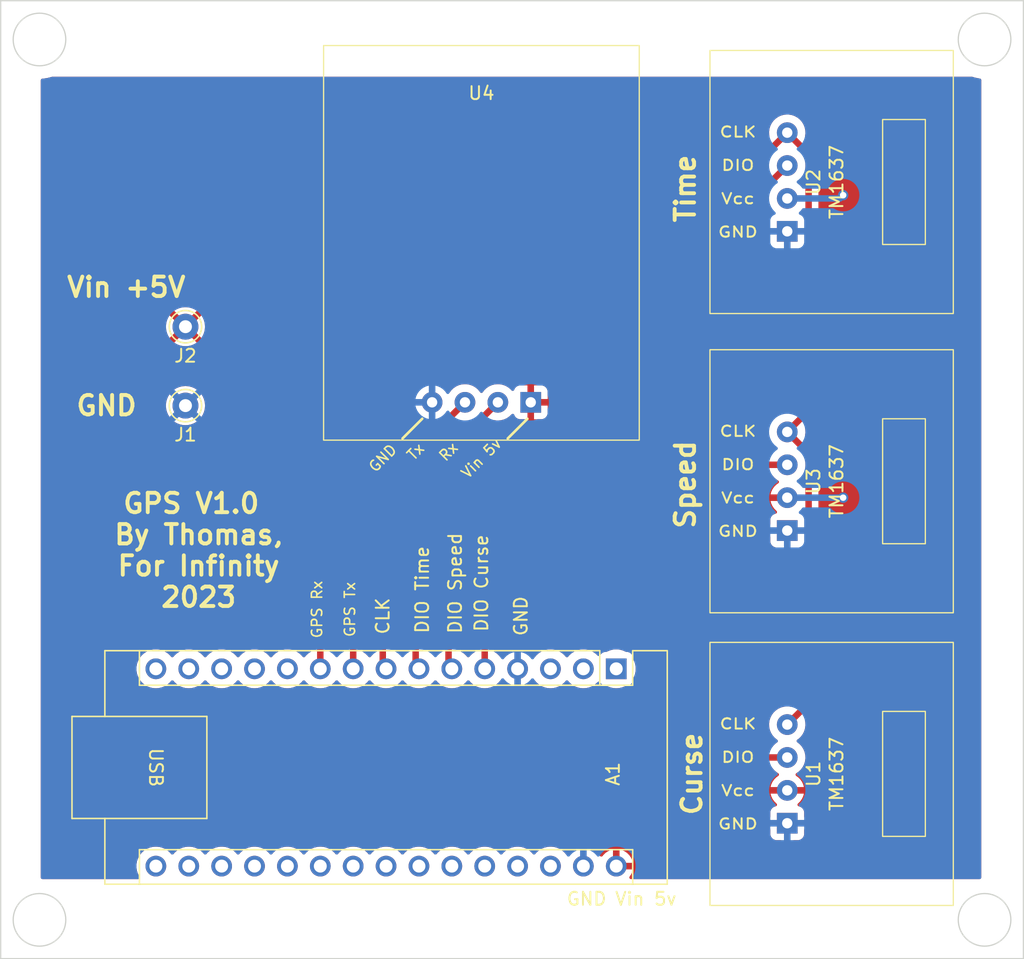
<source format=kicad_pcb>
(kicad_pcb (version 20211014) (generator pcbnew)
  (layers (0 "F.Cu" signal) (31 "B.Cu" signal) (34 "B.Paste" user) (35 "F.Paste" user) (36 "B.SilkS" user "B.Silkscreen") (37 "F.SilkS" user "F.Silkscreen") (38 "B.Mask" user) (39 "F.Mask" user) (44 "Edge.Cuts" user))
  (net 0 "")
  (net 16 "GND")
  (net 17 "Vin5v")
  (net 19 "Net-(U1-Pad3)")
  (net 20 "Net-(A1-Pad6)")
  (net 21 "Net-(A1-Pad7)")
  (net 22 "Net-(U4-Pad2)")
  (net 23 "Net-(U4-Pad3)")
  (net 28 "Net-(U1-Pad4)")
  (footprint "thomas footprint:TM1637" (layer "F.Cu") (at 98.552 64.008 -90)
    (fp_text reference "U2" (at 0 0.762 90) (layer "F.SilkS"))
    (fp_text value "TM1637" (at 0 -1.016 90) (layer "F.SilkS"))
    (fp_rect (start -4.826 -7.874) (end 4.826 -4.572) (layer "F.SilkS") (width 0.1) (fill none))
    (fp_rect (start 10.16 8.763) (end -10.16 -10.033) (layer "F.SilkS") (width 0.1) (fill none))
    (pad "1" thru_hole rect (at 3.81 2.794 180) (size 1.6 1.6) (drill 0.8) (layers *.Cu *.Mask) (net 16 "GND"))
    (pad "2" thru_hole oval (at 1.27 2.794 180) (size 1.6 1.6) (drill 0.8) (layers *.Cu *.Mask) (net 17 "Vin5v"))
    (pad "3" thru_hole oval (at -1.27 2.794 180) (size 1.6 1.6) (drill 0.8) (layers *.Cu *.Mask) (net 21 "Net-(A1-Pad7)"))
    (pad "4" thru_hole oval (at -3.81 2.794 180) (size 1.6 1.6) (drill 0.8) (layers *.Cu *.Mask) (net 28 "Net-(U1-Pad4)"))
  )
  (footprint "thomas footprint:NEO6M" (layer "F.Cu") (at 72.136 78.232)
    (fp_text reference "U4" (at 0 -21.082) (layer "F.SilkS"))
    (fp_text value "NEO6M")
    (fp_rect (start 12.192 5.715) (end -12.192 -24.765) (layer "F.SilkS") (width 0.1) (fill none))
    (pad "1" thru_hole rect (at 3.81 2.794 270) (size 1.6 1.6) (drill 0.8) (layers *.Cu *.Mask) (net 17 "Vin5v"))
    (pad "2" thru_hole oval (at 1.27 2.794 270) (size 1.6 1.6) (drill 0.8) (layers *.Cu *.Mask) (net 22 "Net-(U4-Pad2)"))
    (pad "3" thru_hole oval (at -1.27 2.794 270) (size 1.6 1.6) (drill 0.8) (layers *.Cu *.Mask) (net 23 "Net-(U4-Pad3)"))
    (pad "4" thru_hole oval (at -3.81 2.794 270) (size 1.6 1.6) (drill 0.8) (layers *.Cu *.Mask) (net 16 "GND"))
  )
  (footprint "Connector_Pin:Pin_D1.0mm_L10.0mm" (layer "F.Cu") (at 49.276 75.184)
    (fp_text reference "J2" (at 0 2.25) (layer "F.SilkS"))
    (fp_text value "Conn_01x01_Male")
    (fp_circle (center 0 0) (end 1.25 0.05) (layer "F.SilkS") (width 0.12) (fill none))
    (pad "1" thru_hole circle (at 0 0) (size 2 2) (drill 1) (layers *.Cu *.Mask) (net 17 "Vin5v"))
  )
  (footprint "thomas footprint:TM1637" (layer "F.Cu") (at 98.552 87.122 -90)
    (fp_text reference "U3" (at 0 0.762 90) (layer "F.SilkS"))
    (fp_text value "TM1637" (at 0 -1.016 90) (layer "F.SilkS"))
    (fp_rect (start 10.16 8.763) (end -10.16 -10.033) (layer "F.SilkS") (width 0.1) (fill none))
    (fp_rect (start -4.826 -7.874) (end 4.826 -4.572) (layer "F.SilkS") (width 0.1) (fill none))
    (pad "1" thru_hole rect (at 3.81 2.794 180) (size 1.6 1.6) (drill 0.8) (layers *.Cu *.Mask) (net 16 "GND"))
    (pad "2" thru_hole oval (at 1.27 2.794 180) (size 1.6 1.6) (drill 0.8) (layers *.Cu *.Mask) (net 17 "Vin5v"))
    (pad "3" thru_hole oval (at -1.27 2.794 180) (size 1.6 1.6) (drill 0.8) (layers *.Cu *.Mask) (net 20 "Net-(A1-Pad6)"))
    (pad "4" thru_hole oval (at -3.81 2.794 180) (size 1.6 1.6) (drill 0.8) (layers *.Cu *.Mask) (net 28 "Net-(U1-Pad4)"))
  )
  (footprint "thomas footprint:TM1637" (layer "F.Cu") (at 98.552 109.728 -90)
    (fp_text reference "U1" (at 0 0.762 90) (layer "F.SilkS"))
    (fp_text value "TM1637" (at 0 -1.016 90) (layer "F.SilkS"))
    (fp_rect (start -4.826 -7.874) (end 4.826 -4.572) (layer "F.SilkS") (width 0.1) (fill none))
    (fp_rect (start 10.16 8.763) (end -10.16 -10.033) (layer "F.SilkS") (width 0.1) (fill none))
    (pad "1" thru_hole rect (at 3.81 2.794 180) (size 1.6 1.6) (drill 0.8) (layers *.Cu *.Mask) (net 16 "GND"))
    (pad "2" thru_hole oval (at 1.27 2.794 180) (size 1.6 1.6) (drill 0.8) (layers *.Cu *.Mask) (net 17 "Vin5v"))
    (pad "3" thru_hole oval (at -1.27 2.794 180) (size 1.6 1.6) (drill 0.8) (layers *.Cu *.Mask) (net 19 "Net-(U1-Pad3)"))
    (pad "4" thru_hole oval (at -3.81 2.794 180) (size 1.6 1.6) (drill 0.8) (layers *.Cu *.Mask) (net 28 "Net-(U1-Pad4)"))
  )
  (footprint "Module:Arduino_Nano" (layer "F.Cu") (at 82.55 101.61 -90)
    (fp_text reference "A1" (at 8.118 0.254 90) (layer "F.SilkS"))
    (fp_text value "Arduino_Nano_v3.x")
    (fp_text user "USB" (at 7.62 35.56 -90 unlocked) (layer "F.SilkS"))
    (fp_line (start 1.27 -1.27) (end -1.4 -1.27) (layer "F.SilkS") (width 0.12))
    (fp_line (start 1.27 1.27) (end 1.27 36.83) (layer "F.SilkS") (width 0.12))
    (fp_line (start 3.68 31.62) (end 11.56 31.62) (layer "F.SilkS") (width 0.12))
    (fp_line (start -1.4 39.5) (end 3.68 39.5) (layer "F.SilkS") (width 0.12))
    (fp_line (start 13.97 36.83) (end 16.64 36.83) (layer "F.SilkS") (width 0.12))
    (fp_line (start 1.27 36.83) (end -1.4 36.83) (layer "F.SilkS") (width 0.12))
    (fp_line (start 13.97 -1.27) (end 13.97 36.83) (layer "F.SilkS") (width 0.12))
    (fp_line (start 11.56 42.04) (end 3.68 42.04) (layer "F.SilkS") (width 0.12))
    (fp_line (start 16.64 -3.94) (end -1.4 -3.94) (layer "F.SilkS") (width 0.12))
    (fp_line (start 16.64 39.5) (end 11.56 39.5) (layer "F.SilkS") (width 0.12))
    (fp_line (start 1.27 1.27) (end -1.4 1.27) (layer "F.SilkS") (width 0.12))
    (fp_line (start 16.64 39.5) (end 16.64 -3.94) (layer "F.SilkS") (width 0.12))
    (fp_line (start -1.4 -3.94) (end -1.4 -1.27) (layer "F.SilkS") (width 0.12))
    (fp_line (start 1.27 1.27) (end 1.27 -1.27) (layer "F.SilkS") (width 0.12))
    (fp_line (start -1.4 1.27) (end -1.4 39.5) (layer "F.SilkS") (width 0.12))
    (fp_line (start 13.97 -1.27) (end 16.64 -1.27) (layer "F.SilkS") (width 0.12))
    (fp_line (start 3.68 42.04) (end 3.68 31.62) (layer "F.SilkS") (width 0.12))
    (fp_line (start 11.56 31.62) (end 11.56 42.04) (layer "F.SilkS") (width 0.12))
    (pad "1" thru_hole rect (at 0 0 270) (size 1.6 1.6) (drill 1) (layers *.Cu *.Mask))
    (pad "2" thru_hole oval (at 0 2.54 270) (size 1.6 1.6) (drill 1) (layers *.Cu *.Mask))
    (pad "3" thru_hole oval (at 0 5.08 270) (size 1.6 1.6) (drill 1) (layers *.Cu *.Mask))
    (pad "4" thru_hole oval (at 0 7.62 270) (size 1.6 1.6) (drill 1) (layers *.Cu *.Mask) (net 16 "GND"))
    (pad "5" thru_hole oval (at 0 10.16 270) (size 1.6 1.6) (drill 1) (layers *.Cu *.Mask) (net 19 "Net-(U1-Pad3)"))
    (pad "6" thru_hole oval (at 0 12.7 270) (size 1.6 1.6) (drill 1) (layers *.Cu *.Mask) (net 20 "Net-(A1-Pad6)"))
    (pad "7" thru_hole oval (at 0 15.24 270) (size 1.6 1.6) (drill 1) (layers *.Cu *.Mask) (net 21 "Net-(A1-Pad7)"))
    (pad "8" thru_hole oval (at 0 17.78 270) (size 1.6 1.6) (drill 1) (layers *.Cu *.Mask) (net 28 "Net-(U1-Pad4)"))
    (pad "9" thru_hole oval (at 0 20.32 270) (size 1.6 1.6) (drill 1) (layers *.Cu *.Mask) (net 22 "Net-(U4-Pad2)"))
    (pad "10" thru_hole oval (at 0 22.86 270) (size 1.6 1.6) (drill 1) (layers *.Cu *.Mask) (net 23 "Net-(U4-Pad3)"))
    (pad "11" thru_hole oval (at 0 25.4 270) (size 1.6 1.6) (drill 1) (layers *.Cu *.Mask))
    (pad "12" thru_hole oval (at 0 27.94 270) (size 1.6 1.6) (drill 1) (layers *.Cu *.Mask))
    (pad "13" thru_hole oval (at 0 30.48 270) (size 1.6 1.6) (drill 1) (layers *.Cu *.Mask))
    (pad "14" thru_hole oval (at 0 33.02 270) (size 1.6 1.6) (drill 1) (layers *.Cu *.Mask))
    (pad "15" thru_hole oval (at 0 35.56 270) (size 1.6 1.6) (drill 1) (layers *.Cu *.Mask))
    (pad "16" thru_hole oval (at 15.24 35.56 270) (size 1.6 1.6) (drill 1) (layers *.Cu *.Mask))
    (pad "17" thru_hole oval (at 15.24 33.02 270) (size 1.6 1.6) (drill 1) (layers *.Cu *.Mask))
    (pad "18" thru_hole oval (at 15.24 30.48 270) (size 1.6 1.6) (drill 1) (layers *.Cu *.Mask))
    (pad "19" thru_hole oval (at 15.24 27.94 270) (size 1.6 1.6) (drill 1) (layers *.Cu *.Mask))
    (pad "20" thru_hole oval (at 15.24 25.4 270) (size 1.6 1.6) (drill 1) (layers *.Cu *.Mask))
    (pad "21" thru_hole oval (at 15.24 22.86 270) (size 1.6 1.6) (drill 1) (layers *.Cu *.Mask))
    (pad "22" thru_hole oval (at 15.24 20.32 270) (size 1.6 1.6) (drill 1) (layers *.Cu *.Mask))
    (pad "23" thru_hole oval (at 15.24 17.78 270) (size 1.6 1.6) (drill 1) (layers *.Cu *.Mask))
    (pad "24" thru_hole oval (at 15.24 15.24 270) (size 1.6 1.6) (drill 1) (layers *.Cu *.Mask))
    (pad "25" thru_hole oval (at 15.24 12.7 270) (size 1.6 1.6) (drill 1) (layers *.Cu *.Mask))
    (pad "26" thru_hole oval (at 15.24 10.16 270) (size 1.6 1.6) (drill 1) (layers *.Cu *.Mask))
    (pad "27" thru_hole oval (at 15.24 7.62 270) (size 1.6 1.6) (drill 1) (layers *.Cu *.Mask))
    (pad "28" thru_hole oval (at 15.24 5.08 270) (size 1.6 1.6) (drill 1) (layers *.Cu *.Mask))
    (pad "29" thru_hole oval (at 15.24 2.54 270) (size 1.6 1.6) (drill 1) (layers *.Cu *.Mask) (net 16 "GND"))
    (pad "30" thru_hole oval (at 15.24 0 270) (size 1.6 1.6) (drill 1) (layers *.Cu *.Mask) (net 17 "Vin5v"))
  )
  (footprint "Connector_Pin:Pin_D1.0mm_L10.0mm" (layer "F.Cu") (at 49.276 81.28)
    (fp_text reference "J1" (at 0 2.25) (layer "F.SilkS"))
    (fp_text value "Conn_01x01_Male")
    (fp_circle (center 0 0) (end 1.25 0.05) (layer "F.SilkS") (width 0.12) (fill none))
    (pad "1" thru_hole circle (at 0 0) (size 2 2) (drill 1) (layers *.Cu *.Mask) (net 16 "GND"))
  )
  (gr_line (start 75.692 82.296) (end 74.168 83.82) (layer "F.SilkS") (width 0.2))
  (gr_line (start 67.564 82.296) (end 66.04 83.82) (layer "F.SilkS") (width 0.2))
  (gr_circle (center 38 53) (end 40.032 53) (layer "Edge.Cuts") (width 0.1) (fill none))
  (gr_circle (center 111 53) (end 113.032 53) (layer "Edge.Cuts") (width 0.1) (fill none))
  (gr_rect (start 35 50) (end 114 124) (layer "Edge.Cuts") (width 0.1) (fill none))
  (gr_circle (center 111 121) (end 113.032 121) (layer "Edge.Cuts") (width 0.1) (fill none))
  (gr_circle (center 38 121) (end 40.032 121) (layer "Edge.Cuts") (width 0.1) (fill none))
  (gr_text "CLK\n\nDIO\n\nVcc\n\nGND" (at 91.948 87.122) (layer "F.SilkS") (effects (font (size 0.8 1))))
  (gr_text "CLK\n\nDIO\n\nVcc\n\nGND" (at 91.948 64.008) (layer "F.SilkS") (effects (font (size 0.8 1))))
  (gr_text "DIO Time" (at 67.564 95.504 90) (layer "F.SilkS") (effects (font (size 1 1))))
  (gr_text "Vin 5v" (at 72.136 85.344 45) (layer "F.SilkS") (effects (font (size 0.8 0.8) (thickness 0.125))))
  (gr_text "GND" (at 75.184 97.536 90) (layer "F.SilkS") (effects (font (size 1 1))))
  (gr_text "Vin +5V" (at 44.704 72.136) (layer "F.SilkS") (effects (font (size 1.5 1.5) (thickness 0.3))))
  (gr_text "GND" (at 64.516 85.344 45) (layer "F.SilkS") (effects (font (size 0.8 0.8) (thickness 0.125))))
  (gr_text "Vin 5v" (at 84.836 119.38) (layer "F.SilkS") (effects (font (size 1 1))))
  (gr_text "Rx" (at 69.596 84.836 45) (layer "F.SilkS") (effects (font (size 0.8 0.8) (thickness 0.125))))
  (gr_text "Time" (at 87.884 64.516 90) (layer "F.SilkS") (effects (font (size 1.5 1.5) (thickness 0.3))))
  (gr_text "DIO Speed" (at 70.104 94.996 90) (layer "F.SilkS") (effects (font (size 1 1))))
  (gr_text "GPS Tx" (at 61.976 97.028 90) (layer "F.SilkS") (effects (font (size 0.8 0.8) (thickness 0.125))))
  (gr_text "Curse" (at 88.392 109.728 90) (layer "F.SilkS") (effects (font (size 1.5 1.5) (thickness 0.3))))
  (gr_text "GND" (at 80.264 119.38) (layer "F.SilkS") (effects (font (size 1 1))))
  (gr_text "GND" (at 43.18 81.28) (layer "F.SilkS") (effects (font (size 1.5 1.5) (thickness 0.3))))
  (gr_text "GPS Rx" (at 59.436 97.028 90) (layer "F.SilkS") (effects (font (size 0.8 0.8) (thickness 0.125))))
  (gr_text "Tx" (at 67.056 84.836 45) (layer "F.SilkS") (effects (font (size 0.8 0.8) (thickness 0.125))))
  (gr_text "DIO Curse" (at 72.136 94.996 90) (layer "F.SilkS") (effects (font (size 1 1))))
  (gr_text "CLK\n\nDIO\n\nVcc\n\nGND" (at 91.948 109.728) (layer "F.SilkS") (effects (font (size 0.8 1))))
  (gr_text "CLK" (at 64.516 97.536 90) (layer "F.SilkS") (effects (font (size 1 1))))
  (gr_text "Speed" (at 87.884 87.376 90) (layer "F.SilkS") (effects (font (size 1.5 1.5) (thickness 0.3))))
  (gr_text "GPS V1.0 \nBy Thomas,\nFor Infinity\n2023" (at 50.292 92.456) (layer "F.SilkS") (effects (font (size 1.5 1.5) (thickness 0.3))))
  (via (at 100.076 65.024) (size 0.8) (drill 0.5) (layers "F.Cu" "B.Cu") (net 17))
  (via (at 100.076 88.392) (size 0.8) (drill 0.5) (layers "F.Cu" "B.Cu") (net 17))
  (segment (start 95.758 65.278) (end 99.822 65.278) (width 0.5) (layer "B.Cu") (net 17))
  (segment (start 99.822 65.278) (end 100.076 65.024) (width 0.5) (layer "B.Cu") (net 17))
  (segment (start 95.758 88.392) (end 100.076 88.392) (width 0.5) (layer "B.Cu") (net 17))
  (segment locked (start 73.66 92.964) (end 80.264 92.964) (width 0.5) (layer "F.Cu") (net 19))
  (segment (start 72.39 94.234) (end 73.66 92.964) (width 0.5) (layer "F.Cu") (net 19))
  (segment (start 90.932 103.632) (end 90.932 107.696) (width 0.5) (layer "F.Cu") (net 19))
  (segment (start 91.694 108.458) (end 95.758 108.458) (width 0.5) (layer "F.Cu") (net 19))
  (segment (start 72.39 101.61) (end 72.39 94.234) (width 0.5) (layer "F.Cu") (net 19))
  (segment (start 90.932 107.696) (end 91.694 108.458) (width 0.5) (layer "F.Cu") (net 19))
  (segment locked (start 90.932 93.98) (end 90.932 103.632) (width 0.5) (layer "F.Cu") (net 19))
  (segment (start 89.916 92.964) (end 90.932 93.98) (width 0.5) (layer "F.Cu") (net 19))
  (segment locked (start 87.884 92.964) (end 89.916 92.964) (width 0.5) (layer "F.Cu") (net 19))
  (segment locked (start 80.264 92.964) (end 87.884 92.964) (width 0.5) (layer "F.Cu") (net 19))
  (segment (start 95.758 85.852) (end 81.28 85.852) (width 0.5) (layer "F.Cu") (net 20))
  (segment locked (start 71.12 90.932) (end 69.596 92.456) (width 0.5) (layer "F.Cu") (net 20))
  (segment locked (start 69.596 92.456) (end 69.596 101.356) (width 0.5) (layer "F.Cu") (net 20))
  (segment (start 76.2 90.932) (end 71.12 90.932) (width 0.5) (layer "F.Cu") (net 20))
  (segment (start 69.596 101.356) (end 69.85 101.61) (width 0.5) (layer "F.Cu") (net 20))
  (segment (start 81.28 85.852) (end 76.2 90.932) (width 0.5) (layer "F.Cu") (net 20))
  (segment (start 95.758 62.738) (end 81.28 77.216) (width 0.5) (layer "F.Cu") (net 21))
  (segment (start 70.612 88.9) (end 67.056 92.456) (width 0.5) (layer "F.Cu") (net 21))
  (segment locked (start 67.056 92.456) (end 67.056 101.356) (width 0.5) (layer "F.Cu") (net 21))
  (segment (start 75.184 88.9) (end 70.612 88.9) (width 0.5) (layer "F.Cu") (net 21))
  (segment (start 67.056 101.356) (end 67.31 101.61) (width 0.5) (layer "F.Cu") (net 21))
  (segment (start 81.28 82.804) (end 75.184 88.9) (width 0.5) (layer "F.Cu") (net 21))
  (segment (start 81.28 77.216) (end 81.28 82.804) (width 0.5) (layer "F.Cu") (net 21))
  (segment (start 62.23 92.202) (end 62.23 101.61) (width 0.5) (layer "F.Cu") (net 22))
  (segment (start 73.406 81.026) (end 62.23 92.202) (width 0.5) (layer "F.Cu") (net 22))
  (segment (start 70.866 81.026) (end 59.69 92.202) (width 0.5) (layer "F.Cu") (net 23))
  (segment (start 59.69 92.202) (end 59.69 101.61) (width 0.5) (layer "F.Cu") (net 23))
  (segment (start 79.756 76.2) (end 79.756 81.28) (width 0.5) (layer "F.Cu") (net 28))
  (segment (start 97.408001 81.661999) (end 95.758 83.312) (width 0.5) (layer "F.Cu") (net 28))
  (segment (start 95.758 83.312) (end 97.408001 84.962001) (width 0.5) (layer "F.Cu") (net 28))
  (segment (start 95.758 60.198) (end 79.756 76.2) (width 0.5) (layer "F.Cu") (net 28))
  (segment (start 97.408001 84.962001) (end 97.408001 104.267999) (width 0.5) (layer "F.Cu") (net 28))
  (segment (start 64.516 101.356) (end 64.77 101.61) (width 0.5) (layer "F.Cu") (net 28))
  (segment (start 95.758 60.198) (end 97.408001 61.848001) (width 0.5) (layer "F.Cu") (net 28))
  (segment (start 97.408001 61.848001) (end 97.408001 81.661999) (width 0.5) (layer "F.Cu") (net 28))
  (segment locked (start 64.516 92.456) (end 64.516 101.356) (width 0.5) (layer "F.Cu") (net 28))
  (segment (start 70.104 86.868) (end 64.516 92.456) (width 0.5) (layer "F.Cu") (net 28))
  (segment (start 79.756 81.28) (end 74.168 86.868) (width 0.5) (layer "F.Cu") (net 28))
  (segment (start 97.408001 104.267999) (end 95.758 105.918) (width 0.5) (layer "F.Cu") (net 28))
  (segment (start 74.168 86.868) (end 70.104 86.868) (width 0.5) (layer "F.Cu") (net 28))
  (zone (net 17) (net_name "Vin5v") (layer "F.Cu") (connect_pads (clearance 0.508)) (min_thickness 0.254) (fill yes (thermal_gap 0.508) (thermal_bridge_width 0.508))
    (polygon (pts (xy 110.744 117.856) (xy 38.1 117.856) (xy 38.1 55.88) (xy 110.744 55.88)))
  )
  (zone (net 16) (net_name "GND") (layer "B.Cu") (name "Vin5v") (connect_pads (clearance 0)) (min_thickness 0.254) (fill yes (thermal_gap 0.508) (thermal_bridge_width 0.508))
    (polygon (pts (xy 110.744 117.856) (xy 38.1 117.856) (xy 38.1 55.88) (xy 110.744 55.88)))
  )
)
</source>
